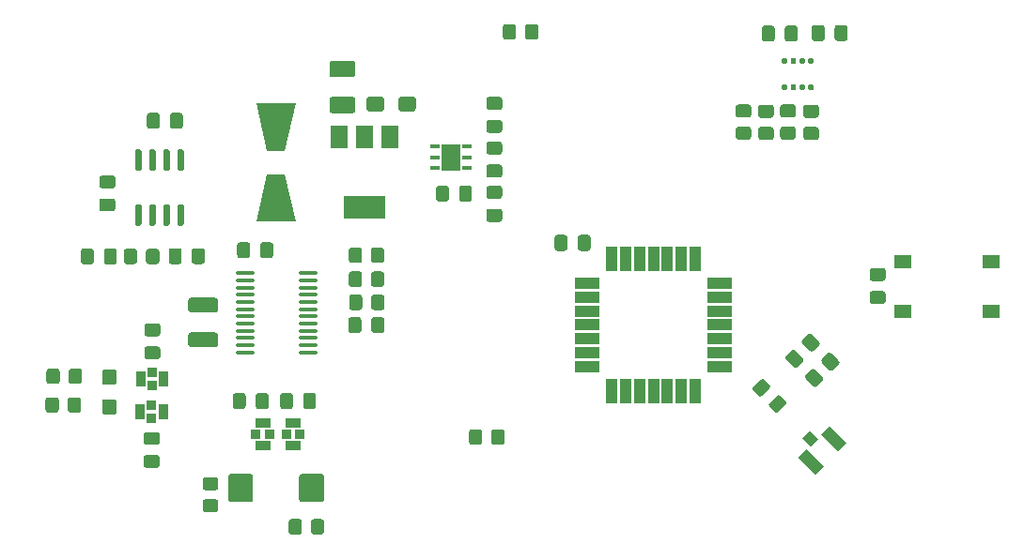
<source format=gbr>
%TF.GenerationSoftware,KiCad,Pcbnew,5.1.9+dfsg1-1*%
%TF.CreationDate,2022-02-14T10:27:32+01:00*%
%TF.ProjectId,wheather_board_v1 ,77686561-7468-4657-925f-626f6172645f,rev?*%
%TF.SameCoordinates,Original*%
%TF.FileFunction,Paste,Top*%
%TF.FilePolarity,Positive*%
%FSLAX46Y46*%
G04 Gerber Fmt 4.6, Leading zero omitted, Abs format (unit mm)*
G04 Created by KiCad (PCBNEW 5.1.9+dfsg1-1) date 2022-02-14 10:27:32*
%MOMM*%
%LPD*%
G01*
G04 APERTURE LIST*
%ADD10R,1.346200X0.863600*%
%ADD11R,0.812800X0.812800*%
%ADD12R,1.550000X1.300000*%
%ADD13R,0.807999X0.407200*%
%ADD14R,1.752600X2.489200*%
%ADD15R,1.500000X2.000000*%
%ADD16R,3.800000X2.000000*%
%ADD17C,0.100000*%
%ADD18R,0.863600X1.346200*%
%ADD19O,1.699999X0.349999*%
%ADD20R,2.300000X1.000000*%
%ADD21R,1.000000X2.300000*%
G04 APERTURE END LIST*
D10*
%TO.C,C19*%
X124345700Y-103847900D03*
X124345700Y-105905300D03*
D11*
X124968000Y-104876600D03*
X123723400Y-104876600D03*
%TD*%
%TO.C,C7*%
G36*
G01*
X123218700Y-87815400D02*
X123218700Y-88765400D01*
G75*
G02*
X122968700Y-89015400I-250000J0D01*
G01*
X122293700Y-89015400D01*
G75*
G02*
X122043700Y-88765400I0J250000D01*
G01*
X122043700Y-87815400D01*
G75*
G02*
X122293700Y-87565400I250000J0D01*
G01*
X122968700Y-87565400D01*
G75*
G02*
X123218700Y-87815400I0J-250000D01*
G01*
G37*
G36*
G01*
X125293700Y-87815400D02*
X125293700Y-88765400D01*
G75*
G02*
X125043700Y-89015400I-250000J0D01*
G01*
X124368700Y-89015400D01*
G75*
G02*
X124118700Y-88765400I0J250000D01*
G01*
X124118700Y-87815400D01*
G75*
G02*
X124368700Y-87565400I250000J0D01*
G01*
X125043700Y-87565400D01*
G75*
G02*
X125293700Y-87815400I0J-250000D01*
G01*
G37*
%TD*%
D12*
%TO.C,SW1*%
X190001800Y-93806400D03*
X190001800Y-89306400D03*
X182041800Y-89306400D03*
X182041800Y-93806400D03*
%TD*%
%TO.C,C25*%
G36*
G01*
X127627600Y-110778401D02*
X127627600Y-108728399D01*
G75*
G02*
X127877599Y-108478400I249999J0D01*
G01*
X129627601Y-108478400D01*
G75*
G02*
X129877600Y-108728399I0J-249999D01*
G01*
X129877600Y-110778401D01*
G75*
G02*
X129627601Y-111028400I-249999J0D01*
G01*
X127877599Y-111028400D01*
G75*
G02*
X127627600Y-110778401I0J249999D01*
G01*
G37*
G36*
G01*
X121227600Y-110778401D02*
X121227600Y-108728399D01*
G75*
G02*
X121477599Y-108478400I249999J0D01*
G01*
X123227601Y-108478400D01*
G75*
G02*
X123477600Y-108728399I0J-249999D01*
G01*
X123477600Y-110778401D01*
G75*
G02*
X123227601Y-111028400I-249999J0D01*
G01*
X121477599Y-111028400D01*
G75*
G02*
X121227600Y-110778401I0J249999D01*
G01*
G37*
%TD*%
%TO.C,R14*%
G36*
G01*
X144142000Y-104705999D02*
X144142000Y-105606001D01*
G75*
G02*
X143892001Y-105856000I-249999J0D01*
G01*
X143191999Y-105856000D01*
G75*
G02*
X142942000Y-105606001I0J249999D01*
G01*
X142942000Y-104705999D01*
G75*
G02*
X143191999Y-104456000I249999J0D01*
G01*
X143892001Y-104456000D01*
G75*
G02*
X144142000Y-104705999I0J-249999D01*
G01*
G37*
G36*
G01*
X146142000Y-104705999D02*
X146142000Y-105606001D01*
G75*
G02*
X145892001Y-105856000I-249999J0D01*
G01*
X145191999Y-105856000D01*
G75*
G02*
X144942000Y-105606001I0J249999D01*
G01*
X144942000Y-104705999D01*
G75*
G02*
X145191999Y-104456000I249999J0D01*
G01*
X145892001Y-104456000D01*
G75*
G02*
X146142000Y-104705999I0J-249999D01*
G01*
G37*
%TD*%
D13*
%TO.C,U4*%
X139854800Y-78932999D03*
X139854800Y-79883000D03*
X139854800Y-80833001D03*
X142745600Y-80833001D03*
X142745600Y-79883000D03*
X142745600Y-78932999D03*
D14*
X141300200Y-79883000D03*
%TD*%
%TO.C,U5*%
G36*
G01*
X116791600Y-84126200D02*
X117091600Y-84126200D01*
G75*
G02*
X117241600Y-84276200I0J-150000D01*
G01*
X117241600Y-85926200D01*
G75*
G02*
X117091600Y-86076200I-150000J0D01*
G01*
X116791600Y-86076200D01*
G75*
G02*
X116641600Y-85926200I0J150000D01*
G01*
X116641600Y-84276200D01*
G75*
G02*
X116791600Y-84126200I150000J0D01*
G01*
G37*
G36*
G01*
X115521600Y-84126200D02*
X115821600Y-84126200D01*
G75*
G02*
X115971600Y-84276200I0J-150000D01*
G01*
X115971600Y-85926200D01*
G75*
G02*
X115821600Y-86076200I-150000J0D01*
G01*
X115521600Y-86076200D01*
G75*
G02*
X115371600Y-85926200I0J150000D01*
G01*
X115371600Y-84276200D01*
G75*
G02*
X115521600Y-84126200I150000J0D01*
G01*
G37*
G36*
G01*
X114251600Y-84126200D02*
X114551600Y-84126200D01*
G75*
G02*
X114701600Y-84276200I0J-150000D01*
G01*
X114701600Y-85926200D01*
G75*
G02*
X114551600Y-86076200I-150000J0D01*
G01*
X114251600Y-86076200D01*
G75*
G02*
X114101600Y-85926200I0J150000D01*
G01*
X114101600Y-84276200D01*
G75*
G02*
X114251600Y-84126200I150000J0D01*
G01*
G37*
G36*
G01*
X112981600Y-84126200D02*
X113281600Y-84126200D01*
G75*
G02*
X113431600Y-84276200I0J-150000D01*
G01*
X113431600Y-85926200D01*
G75*
G02*
X113281600Y-86076200I-150000J0D01*
G01*
X112981600Y-86076200D01*
G75*
G02*
X112831600Y-85926200I0J150000D01*
G01*
X112831600Y-84276200D01*
G75*
G02*
X112981600Y-84126200I150000J0D01*
G01*
G37*
G36*
G01*
X112981600Y-79176200D02*
X113281600Y-79176200D01*
G75*
G02*
X113431600Y-79326200I0J-150000D01*
G01*
X113431600Y-80976200D01*
G75*
G02*
X113281600Y-81126200I-150000J0D01*
G01*
X112981600Y-81126200D01*
G75*
G02*
X112831600Y-80976200I0J150000D01*
G01*
X112831600Y-79326200D01*
G75*
G02*
X112981600Y-79176200I150000J0D01*
G01*
G37*
G36*
G01*
X114251600Y-79176200D02*
X114551600Y-79176200D01*
G75*
G02*
X114701600Y-79326200I0J-150000D01*
G01*
X114701600Y-80976200D01*
G75*
G02*
X114551600Y-81126200I-150000J0D01*
G01*
X114251600Y-81126200D01*
G75*
G02*
X114101600Y-80976200I0J150000D01*
G01*
X114101600Y-79326200D01*
G75*
G02*
X114251600Y-79176200I150000J0D01*
G01*
G37*
G36*
G01*
X115521600Y-79176200D02*
X115821600Y-79176200D01*
G75*
G02*
X115971600Y-79326200I0J-150000D01*
G01*
X115971600Y-80976200D01*
G75*
G02*
X115821600Y-81126200I-150000J0D01*
G01*
X115521600Y-81126200D01*
G75*
G02*
X115371600Y-80976200I0J150000D01*
G01*
X115371600Y-79326200D01*
G75*
G02*
X115521600Y-79176200I150000J0D01*
G01*
G37*
G36*
G01*
X116791600Y-79176200D02*
X117091600Y-79176200D01*
G75*
G02*
X117241600Y-79326200I0J-150000D01*
G01*
X117241600Y-80976200D01*
G75*
G02*
X117091600Y-81126200I-150000J0D01*
G01*
X116791600Y-81126200D01*
G75*
G02*
X116641600Y-80976200I0J150000D01*
G01*
X116641600Y-79326200D01*
G75*
G02*
X116791600Y-79176200I150000J0D01*
G01*
G37*
%TD*%
%TO.C,U2*%
G36*
G01*
X174017600Y-71065000D02*
X174017600Y-71340000D01*
G75*
G02*
X173892600Y-71465000I-125000J0D01*
G01*
X173642600Y-71465000D01*
G75*
G02*
X173517600Y-71340000I0J125000D01*
G01*
X173517600Y-71065000D01*
G75*
G02*
X173642600Y-70940000I125000J0D01*
G01*
X173892600Y-70940000D01*
G75*
G02*
X174017600Y-71065000I0J-125000D01*
G01*
G37*
G36*
G01*
X173217600Y-71065000D02*
X173217600Y-71340000D01*
G75*
G02*
X173092600Y-71465000I-125000J0D01*
G01*
X172842600Y-71465000D01*
G75*
G02*
X172717600Y-71340000I0J125000D01*
G01*
X172717600Y-71065000D01*
G75*
G02*
X172842600Y-70940000I125000J0D01*
G01*
X173092600Y-70940000D01*
G75*
G02*
X173217600Y-71065000I0J-125000D01*
G01*
G37*
G36*
G01*
X172417600Y-71065000D02*
X172417600Y-71340000D01*
G75*
G02*
X172292600Y-71465000I-125000J0D01*
G01*
X172042600Y-71465000D01*
G75*
G02*
X171917600Y-71340000I0J125000D01*
G01*
X171917600Y-71065000D01*
G75*
G02*
X172042600Y-70940000I125000J0D01*
G01*
X172292600Y-70940000D01*
G75*
G02*
X172417600Y-71065000I0J-125000D01*
G01*
G37*
G36*
G01*
X171617600Y-71065000D02*
X171617600Y-71340000D01*
G75*
G02*
X171492600Y-71465000I-125000J0D01*
G01*
X171242600Y-71465000D01*
G75*
G02*
X171117600Y-71340000I0J125000D01*
G01*
X171117600Y-71065000D01*
G75*
G02*
X171242600Y-70940000I125000J0D01*
G01*
X171492600Y-70940000D01*
G75*
G02*
X171617600Y-71065000I0J-125000D01*
G01*
G37*
G36*
G01*
X171617600Y-73440000D02*
X171617600Y-73715000D01*
G75*
G02*
X171492600Y-73840000I-125000J0D01*
G01*
X171242600Y-73840000D01*
G75*
G02*
X171117600Y-73715000I0J125000D01*
G01*
X171117600Y-73440000D01*
G75*
G02*
X171242600Y-73315000I125000J0D01*
G01*
X171492600Y-73315000D01*
G75*
G02*
X171617600Y-73440000I0J-125000D01*
G01*
G37*
G36*
G01*
X172417600Y-73440000D02*
X172417600Y-73715000D01*
G75*
G02*
X172292600Y-73840000I-125000J0D01*
G01*
X172042600Y-73840000D01*
G75*
G02*
X171917600Y-73715000I0J125000D01*
G01*
X171917600Y-73440000D01*
G75*
G02*
X172042600Y-73315000I125000J0D01*
G01*
X172292600Y-73315000D01*
G75*
G02*
X172417600Y-73440000I0J-125000D01*
G01*
G37*
G36*
G01*
X173217600Y-73440000D02*
X173217600Y-73715000D01*
G75*
G02*
X173092600Y-73840000I-125000J0D01*
G01*
X172842600Y-73840000D01*
G75*
G02*
X172717600Y-73715000I0J125000D01*
G01*
X172717600Y-73440000D01*
G75*
G02*
X172842600Y-73315000I125000J0D01*
G01*
X173092600Y-73315000D01*
G75*
G02*
X173217600Y-73440000I0J-125000D01*
G01*
G37*
G36*
G01*
X174017600Y-73440000D02*
X174017600Y-73715000D01*
G75*
G02*
X173892600Y-73840000I-125000J0D01*
G01*
X173642600Y-73840000D01*
G75*
G02*
X173517600Y-73715000I0J125000D01*
G01*
X173517600Y-73440000D01*
G75*
G02*
X173642600Y-73315000I125000J0D01*
G01*
X173892600Y-73315000D01*
G75*
G02*
X174017600Y-73440000I0J-125000D01*
G01*
G37*
%TD*%
D15*
%TO.C,U1*%
X135827400Y-78090600D03*
X131227400Y-78090600D03*
X133527400Y-78090600D03*
D16*
X133527400Y-84390600D03*
%TD*%
%TO.C,R13*%
G36*
G01*
X147190000Y-68129999D02*
X147190000Y-69030001D01*
G75*
G02*
X146940001Y-69280000I-249999J0D01*
G01*
X146239999Y-69280000D01*
G75*
G02*
X145990000Y-69030001I0J249999D01*
G01*
X145990000Y-68129999D01*
G75*
G02*
X146239999Y-67880000I249999J0D01*
G01*
X146940001Y-67880000D01*
G75*
G02*
X147190000Y-68129999I0J-249999D01*
G01*
G37*
G36*
G01*
X149190000Y-68129999D02*
X149190000Y-69030001D01*
G75*
G02*
X148940001Y-69280000I-249999J0D01*
G01*
X148239999Y-69280000D01*
G75*
G02*
X147990000Y-69030001I0J249999D01*
G01*
X147990000Y-68129999D01*
G75*
G02*
X148239999Y-67880000I249999J0D01*
G01*
X148940001Y-67880000D01*
G75*
G02*
X149190000Y-68129999I0J-249999D01*
G01*
G37*
%TD*%
%TO.C,R12*%
G36*
G01*
X128686000Y-113708601D02*
X128686000Y-112808599D01*
G75*
G02*
X128935999Y-112558600I249999J0D01*
G01*
X129636001Y-112558600D01*
G75*
G02*
X129886000Y-112808599I0J-249999D01*
G01*
X129886000Y-113708601D01*
G75*
G02*
X129636001Y-113958600I-249999J0D01*
G01*
X128935999Y-113958600D01*
G75*
G02*
X128686000Y-113708601I0J249999D01*
G01*
G37*
G36*
G01*
X126686000Y-113708601D02*
X126686000Y-112808599D01*
G75*
G02*
X126935999Y-112558600I249999J0D01*
G01*
X127636001Y-112558600D01*
G75*
G02*
X127886000Y-112808599I0J-249999D01*
G01*
X127886000Y-113708601D01*
G75*
G02*
X127636001Y-113958600I-249999J0D01*
G01*
X126935999Y-113958600D01*
G75*
G02*
X126686000Y-113708601I0J249999D01*
G01*
G37*
%TD*%
%TO.C,R11*%
G36*
G01*
X120084001Y-109963000D02*
X119183999Y-109963000D01*
G75*
G02*
X118934000Y-109713001I0J249999D01*
G01*
X118934000Y-109012999D01*
G75*
G02*
X119183999Y-108763000I249999J0D01*
G01*
X120084001Y-108763000D01*
G75*
G02*
X120334000Y-109012999I0J-249999D01*
G01*
X120334000Y-109713001D01*
G75*
G02*
X120084001Y-109963000I-249999J0D01*
G01*
G37*
G36*
G01*
X120084001Y-111963000D02*
X119183999Y-111963000D01*
G75*
G02*
X118934000Y-111713001I0J249999D01*
G01*
X118934000Y-111012999D01*
G75*
G02*
X119183999Y-110763000I249999J0D01*
G01*
X120084001Y-110763000D01*
G75*
G02*
X120334000Y-111012999I0J-249999D01*
G01*
X120334000Y-111713001D01*
G75*
G02*
X120084001Y-111963000I-249999J0D01*
G01*
G37*
%TD*%
%TO.C,R10*%
G36*
G01*
X106765800Y-102710401D02*
X106765800Y-101810399D01*
G75*
G02*
X107015799Y-101560400I249999J0D01*
G01*
X107715801Y-101560400D01*
G75*
G02*
X107965800Y-101810399I0J-249999D01*
G01*
X107965800Y-102710401D01*
G75*
G02*
X107715801Y-102960400I-249999J0D01*
G01*
X107015799Y-102960400D01*
G75*
G02*
X106765800Y-102710401I0J249999D01*
G01*
G37*
G36*
G01*
X104765800Y-102710401D02*
X104765800Y-101810399D01*
G75*
G02*
X105015799Y-101560400I249999J0D01*
G01*
X105715801Y-101560400D01*
G75*
G02*
X105965800Y-101810399I0J-249999D01*
G01*
X105965800Y-102710401D01*
G75*
G02*
X105715801Y-102960400I-249999J0D01*
G01*
X105015799Y-102960400D01*
G75*
G02*
X104765800Y-102710401I0J249999D01*
G01*
G37*
%TD*%
%TO.C,R9*%
G36*
G01*
X106851400Y-100119601D02*
X106851400Y-99219599D01*
G75*
G02*
X107101399Y-98969600I249999J0D01*
G01*
X107801401Y-98969600D01*
G75*
G02*
X108051400Y-99219599I0J-249999D01*
G01*
X108051400Y-100119601D01*
G75*
G02*
X107801401Y-100369600I-249999J0D01*
G01*
X107101399Y-100369600D01*
G75*
G02*
X106851400Y-100119601I0J249999D01*
G01*
G37*
G36*
G01*
X104851400Y-100119601D02*
X104851400Y-99219599D01*
G75*
G02*
X105101399Y-98969600I249999J0D01*
G01*
X105801401Y-98969600D01*
G75*
G02*
X106051400Y-99219599I0J-249999D01*
G01*
X106051400Y-100119601D01*
G75*
G02*
X105801401Y-100369600I-249999J0D01*
G01*
X105101399Y-100369600D01*
G75*
G02*
X104851400Y-100119601I0J249999D01*
G01*
G37*
%TD*%
%TO.C,R8*%
G36*
G01*
X113827000Y-89299201D02*
X113827000Y-88399199D01*
G75*
G02*
X114076999Y-88149200I249999J0D01*
G01*
X114777001Y-88149200D01*
G75*
G02*
X115027000Y-88399199I0J-249999D01*
G01*
X115027000Y-89299201D01*
G75*
G02*
X114777001Y-89549200I-249999J0D01*
G01*
X114076999Y-89549200D01*
G75*
G02*
X113827000Y-89299201I0J249999D01*
G01*
G37*
G36*
G01*
X111827000Y-89299201D02*
X111827000Y-88399199D01*
G75*
G02*
X112076999Y-88149200I249999J0D01*
G01*
X112777001Y-88149200D01*
G75*
G02*
X113027000Y-88399199I0J-249999D01*
G01*
X113027000Y-89299201D01*
G75*
G02*
X112777001Y-89549200I-249999J0D01*
G01*
X112076999Y-89549200D01*
G75*
G02*
X111827000Y-89299201I0J249999D01*
G01*
G37*
%TD*%
%TO.C,R7*%
G36*
G01*
X133321600Y-92539399D02*
X133321600Y-93439401D01*
G75*
G02*
X133071601Y-93689400I-249999J0D01*
G01*
X132371599Y-93689400D01*
G75*
G02*
X132121600Y-93439401I0J249999D01*
G01*
X132121600Y-92539399D01*
G75*
G02*
X132371599Y-92289400I249999J0D01*
G01*
X133071601Y-92289400D01*
G75*
G02*
X133321600Y-92539399I0J-249999D01*
G01*
G37*
G36*
G01*
X135321600Y-92539399D02*
X135321600Y-93439401D01*
G75*
G02*
X135071601Y-93689400I-249999J0D01*
G01*
X134371599Y-93689400D01*
G75*
G02*
X134121600Y-93439401I0J249999D01*
G01*
X134121600Y-92539399D01*
G75*
G02*
X134371599Y-92289400I249999J0D01*
G01*
X135071601Y-92289400D01*
G75*
G02*
X135321600Y-92539399I0J-249999D01*
G01*
G37*
%TD*%
%TO.C,R6*%
G36*
G01*
X133296200Y-90456599D02*
X133296200Y-91356601D01*
G75*
G02*
X133046201Y-91606600I-249999J0D01*
G01*
X132346199Y-91606600D01*
G75*
G02*
X132096200Y-91356601I0J249999D01*
G01*
X132096200Y-90456599D01*
G75*
G02*
X132346199Y-90206600I249999J0D01*
G01*
X133046201Y-90206600D01*
G75*
G02*
X133296200Y-90456599I0J-249999D01*
G01*
G37*
G36*
G01*
X135296200Y-90456599D02*
X135296200Y-91356601D01*
G75*
G02*
X135046201Y-91606600I-249999J0D01*
G01*
X134346199Y-91606600D01*
G75*
G02*
X134096200Y-91356601I0J249999D01*
G01*
X134096200Y-90456599D01*
G75*
G02*
X134346199Y-90206600I249999J0D01*
G01*
X135046201Y-90206600D01*
G75*
G02*
X135296200Y-90456599I0J-249999D01*
G01*
G37*
%TD*%
%TO.C,R5*%
G36*
G01*
X133296200Y-88297599D02*
X133296200Y-89197601D01*
G75*
G02*
X133046201Y-89447600I-249999J0D01*
G01*
X132346199Y-89447600D01*
G75*
G02*
X132096200Y-89197601I0J249999D01*
G01*
X132096200Y-88297599D01*
G75*
G02*
X132346199Y-88047600I249999J0D01*
G01*
X133046201Y-88047600D01*
G75*
G02*
X133296200Y-88297599I0J-249999D01*
G01*
G37*
G36*
G01*
X135296200Y-88297599D02*
X135296200Y-89197601D01*
G75*
G02*
X135046201Y-89447600I-249999J0D01*
G01*
X134346199Y-89447600D01*
G75*
G02*
X134096200Y-89197601I0J249999D01*
G01*
X134096200Y-88297599D01*
G75*
G02*
X134346199Y-88047600I249999J0D01*
G01*
X135046201Y-88047600D01*
G75*
G02*
X135296200Y-88297599I0J-249999D01*
G01*
G37*
%TD*%
%TO.C,R4*%
G36*
G01*
X174211401Y-76342800D02*
X173311399Y-76342800D01*
G75*
G02*
X173061400Y-76092801I0J249999D01*
G01*
X173061400Y-75392799D01*
G75*
G02*
X173311399Y-75142800I249999J0D01*
G01*
X174211401Y-75142800D01*
G75*
G02*
X174461400Y-75392799I0J-249999D01*
G01*
X174461400Y-76092801D01*
G75*
G02*
X174211401Y-76342800I-249999J0D01*
G01*
G37*
G36*
G01*
X174211401Y-78342800D02*
X173311399Y-78342800D01*
G75*
G02*
X173061400Y-78092801I0J249999D01*
G01*
X173061400Y-77392799D01*
G75*
G02*
X173311399Y-77142800I249999J0D01*
G01*
X174211401Y-77142800D01*
G75*
G02*
X174461400Y-77392799I0J-249999D01*
G01*
X174461400Y-78092801D01*
G75*
G02*
X174211401Y-78342800I-249999J0D01*
G01*
G37*
%TD*%
%TO.C,R3*%
G36*
G01*
X172128601Y-76317400D02*
X171228599Y-76317400D01*
G75*
G02*
X170978600Y-76067401I0J249999D01*
G01*
X170978600Y-75367399D01*
G75*
G02*
X171228599Y-75117400I249999J0D01*
G01*
X172128601Y-75117400D01*
G75*
G02*
X172378600Y-75367399I0J-249999D01*
G01*
X172378600Y-76067401D01*
G75*
G02*
X172128601Y-76317400I-249999J0D01*
G01*
G37*
G36*
G01*
X172128601Y-78317400D02*
X171228599Y-78317400D01*
G75*
G02*
X170978600Y-78067401I0J249999D01*
G01*
X170978600Y-77367399D01*
G75*
G02*
X171228599Y-77117400I249999J0D01*
G01*
X172128601Y-77117400D01*
G75*
G02*
X172378600Y-77367399I0J-249999D01*
G01*
X172378600Y-78067401D01*
G75*
G02*
X172128601Y-78317400I-249999J0D01*
G01*
G37*
%TD*%
%TO.C,R2*%
G36*
G01*
X170147401Y-76342800D02*
X169247399Y-76342800D01*
G75*
G02*
X168997400Y-76092801I0J249999D01*
G01*
X168997400Y-75392799D01*
G75*
G02*
X169247399Y-75142800I249999J0D01*
G01*
X170147401Y-75142800D01*
G75*
G02*
X170397400Y-75392799I0J-249999D01*
G01*
X170397400Y-76092801D01*
G75*
G02*
X170147401Y-76342800I-249999J0D01*
G01*
G37*
G36*
G01*
X170147401Y-78342800D02*
X169247399Y-78342800D01*
G75*
G02*
X168997400Y-78092801I0J249999D01*
G01*
X168997400Y-77392799D01*
G75*
G02*
X169247399Y-77142800I249999J0D01*
G01*
X170147401Y-77142800D01*
G75*
G02*
X170397400Y-77392799I0J-249999D01*
G01*
X170397400Y-78092801D01*
G75*
G02*
X170147401Y-78342800I-249999J0D01*
G01*
G37*
%TD*%
%TO.C,R1*%
G36*
G01*
X168115401Y-76324000D02*
X167215399Y-76324000D01*
G75*
G02*
X166965400Y-76074001I0J249999D01*
G01*
X166965400Y-75373999D01*
G75*
G02*
X167215399Y-75124000I249999J0D01*
G01*
X168115401Y-75124000D01*
G75*
G02*
X168365400Y-75373999I0J-249999D01*
G01*
X168365400Y-76074001D01*
G75*
G02*
X168115401Y-76324000I-249999J0D01*
G01*
G37*
G36*
G01*
X168115401Y-78324000D02*
X167215399Y-78324000D01*
G75*
G02*
X166965400Y-78074001I0J249999D01*
G01*
X166965400Y-77373999D01*
G75*
G02*
X167215399Y-77124000I249999J0D01*
G01*
X168115401Y-77124000D01*
G75*
G02*
X168365400Y-77373999I0J-249999D01*
G01*
X168365400Y-78074001D01*
G75*
G02*
X168115401Y-78324000I-249999J0D01*
G01*
G37*
%TD*%
%TO.C,L1*%
G36*
G01*
X170014015Y-102070412D02*
X170650412Y-101434015D01*
G75*
G02*
X171003964Y-101434015I176776J-176776D01*
G01*
X171463585Y-101893636D01*
G75*
G02*
X171463585Y-102247188I-176776J-176776D01*
G01*
X170827188Y-102883585D01*
G75*
G02*
X170473636Y-102883585I-176776J176776D01*
G01*
X170014015Y-102423964D01*
G75*
G02*
X170014015Y-102070412I176776J176776D01*
G01*
G37*
G36*
G01*
X168564447Y-100620844D02*
X169200844Y-99984447D01*
G75*
G02*
X169554396Y-99984447I176776J-176776D01*
G01*
X170014017Y-100444068D01*
G75*
G02*
X170014017Y-100797620I-176776J-176776D01*
G01*
X169377620Y-101434017D01*
G75*
G02*
X169024068Y-101434017I-176776J176776D01*
G01*
X168564447Y-100974396D01*
G75*
G02*
X168564447Y-100620844I176776J176776D01*
G01*
G37*
%TD*%
D17*
%TO.C,J9*%
G36*
X174669751Y-104905907D02*
G01*
X175412214Y-104163444D01*
X176967849Y-105719079D01*
X176225386Y-106461542D01*
X174669751Y-104905907D01*
G37*
G36*
X172972696Y-105259460D02*
G01*
X173679802Y-104552354D01*
X174422264Y-105294816D01*
X173715158Y-106001922D01*
X172972696Y-105259460D01*
G37*
G36*
X172583786Y-106991872D02*
G01*
X173326249Y-106249409D01*
X174881884Y-107805044D01*
X174139421Y-108547507D01*
X172583786Y-106991872D01*
G37*
%TD*%
%TO.C,D1*%
G36*
X127340000Y-85720000D02*
G01*
X123740000Y-85720000D01*
X124740000Y-81420000D01*
X126340000Y-81420000D01*
X127340000Y-85720000D01*
G37*
G36*
X123740000Y-75020000D02*
G01*
X127340000Y-75020000D01*
X126340000Y-79320000D01*
X124740000Y-79320000D01*
X123740000Y-75020000D01*
G37*
%TD*%
%TO.C,C29*%
G36*
G01*
X175428496Y-99106055D02*
X174756745Y-98434304D01*
G75*
G02*
X174756745Y-98080750I176777J176777D01*
G01*
X175234042Y-97603453D01*
G75*
G02*
X175587596Y-97603453I176777J-176777D01*
G01*
X176259347Y-98275204D01*
G75*
G02*
X176259347Y-98628758I-176777J-176777D01*
G01*
X175782050Y-99106055D01*
G75*
G02*
X175428496Y-99106055I-176777J176777D01*
G01*
G37*
G36*
G01*
X173961250Y-100573301D02*
X173289499Y-99901550D01*
G75*
G02*
X173289499Y-99547996I176777J176777D01*
G01*
X173766796Y-99070699D01*
G75*
G02*
X174120350Y-99070699I176777J-176777D01*
G01*
X174792101Y-99742450D01*
G75*
G02*
X174792101Y-100096004I-176777J-176777D01*
G01*
X174314804Y-100573301D01*
G75*
G02*
X173961250Y-100573301I-176777J176777D01*
G01*
G37*
%TD*%
%TO.C,C28*%
G36*
G01*
X179280800Y-91966200D02*
X180230800Y-91966200D01*
G75*
G02*
X180480800Y-92216200I0J-250000D01*
G01*
X180480800Y-92891200D01*
G75*
G02*
X180230800Y-93141200I-250000J0D01*
G01*
X179280800Y-93141200D01*
G75*
G02*
X179030800Y-92891200I0J250000D01*
G01*
X179030800Y-92216200D01*
G75*
G02*
X179280800Y-91966200I250000J0D01*
G01*
G37*
G36*
G01*
X179280800Y-89891200D02*
X180230800Y-89891200D01*
G75*
G02*
X180480800Y-90141200I0J-250000D01*
G01*
X180480800Y-90816200D01*
G75*
G02*
X180230800Y-91066200I-250000J0D01*
G01*
X179280800Y-91066200D01*
G75*
G02*
X179030800Y-90816200I0J250000D01*
G01*
X179030800Y-90141200D01*
G75*
G02*
X179280800Y-89891200I250000J0D01*
G01*
G37*
%TD*%
%TO.C,C27*%
G36*
G01*
X173656450Y-97372901D02*
X172984699Y-96701150D01*
G75*
G02*
X172984699Y-96347596I176777J176777D01*
G01*
X173461996Y-95870299D01*
G75*
G02*
X173815550Y-95870299I176777J-176777D01*
G01*
X174487301Y-96542050D01*
G75*
G02*
X174487301Y-96895604I-176777J-176777D01*
G01*
X174010004Y-97372901D01*
G75*
G02*
X173656450Y-97372901I-176777J176777D01*
G01*
G37*
G36*
G01*
X172189204Y-98840147D02*
X171517453Y-98168396D01*
G75*
G02*
X171517453Y-97814842I176777J176777D01*
G01*
X171994750Y-97337545D01*
G75*
G02*
X172348304Y-97337545I176777J-176777D01*
G01*
X173020055Y-98009296D01*
G75*
G02*
X173020055Y-98362850I-176777J-176777D01*
G01*
X172542758Y-98840147D01*
G75*
G02*
X172189204Y-98840147I-176777J176777D01*
G01*
G37*
%TD*%
%TO.C,C26*%
G36*
G01*
X151819100Y-87155000D02*
X151819100Y-88105000D01*
G75*
G02*
X151569100Y-88355000I-250000J0D01*
G01*
X150894100Y-88355000D01*
G75*
G02*
X150644100Y-88105000I0J250000D01*
G01*
X150644100Y-87155000D01*
G75*
G02*
X150894100Y-86905000I250000J0D01*
G01*
X151569100Y-86905000D01*
G75*
G02*
X151819100Y-87155000I0J-250000D01*
G01*
G37*
G36*
G01*
X153894100Y-87155000D02*
X153894100Y-88105000D01*
G75*
G02*
X153644100Y-88355000I-250000J0D01*
G01*
X152969100Y-88355000D01*
G75*
G02*
X152719100Y-88105000I0J250000D01*
G01*
X152719100Y-87155000D01*
G75*
G02*
X152969100Y-86905000I250000J0D01*
G01*
X153644100Y-86905000D01*
G75*
G02*
X153894100Y-87155000I0J-250000D01*
G01*
G37*
%TD*%
%TO.C,C24*%
G36*
G01*
X117946500Y-89298800D02*
X117946500Y-88348800D01*
G75*
G02*
X118196500Y-88098800I250000J0D01*
G01*
X118871500Y-88098800D01*
G75*
G02*
X119121500Y-88348800I0J-250000D01*
G01*
X119121500Y-89298800D01*
G75*
G02*
X118871500Y-89548800I-250000J0D01*
G01*
X118196500Y-89548800D01*
G75*
G02*
X117946500Y-89298800I0J250000D01*
G01*
G37*
G36*
G01*
X115871500Y-89298800D02*
X115871500Y-88348800D01*
G75*
G02*
X116121500Y-88098800I250000J0D01*
G01*
X116796500Y-88098800D01*
G75*
G02*
X117046500Y-88348800I0J-250000D01*
G01*
X117046500Y-89298800D01*
G75*
G02*
X116796500Y-89548800I-250000J0D01*
G01*
X116121500Y-89548800D01*
G75*
G02*
X115871500Y-89298800I0J250000D01*
G01*
G37*
%TD*%
%TO.C,C23*%
G36*
G01*
X109125600Y-88374200D02*
X109125600Y-89324200D01*
G75*
G02*
X108875600Y-89574200I-250000J0D01*
G01*
X108200600Y-89574200D01*
G75*
G02*
X107950600Y-89324200I0J250000D01*
G01*
X107950600Y-88374200D01*
G75*
G02*
X108200600Y-88124200I250000J0D01*
G01*
X108875600Y-88124200D01*
G75*
G02*
X109125600Y-88374200I0J-250000D01*
G01*
G37*
G36*
G01*
X111200600Y-88374200D02*
X111200600Y-89324200D01*
G75*
G02*
X110950600Y-89574200I-250000J0D01*
G01*
X110275600Y-89574200D01*
G75*
G02*
X110025600Y-89324200I0J250000D01*
G01*
X110025600Y-88374200D01*
G75*
G02*
X110275600Y-88124200I250000J0D01*
G01*
X110950600Y-88124200D01*
G75*
G02*
X111200600Y-88374200I0J-250000D01*
G01*
G37*
%TD*%
%TO.C,C21*%
G36*
G01*
X110812600Y-82713500D02*
X109862600Y-82713500D01*
G75*
G02*
X109612600Y-82463500I0J250000D01*
G01*
X109612600Y-81788500D01*
G75*
G02*
X109862600Y-81538500I250000J0D01*
G01*
X110812600Y-81538500D01*
G75*
G02*
X111062600Y-81788500I0J-250000D01*
G01*
X111062600Y-82463500D01*
G75*
G02*
X110812600Y-82713500I-250000J0D01*
G01*
G37*
G36*
G01*
X110812600Y-84788500D02*
X109862600Y-84788500D01*
G75*
G02*
X109612600Y-84538500I0J250000D01*
G01*
X109612600Y-83863500D01*
G75*
G02*
X109862600Y-83613500I250000J0D01*
G01*
X110812600Y-83613500D01*
G75*
G02*
X111062600Y-83863500I0J-250000D01*
G01*
X111062600Y-84538500D01*
G75*
G02*
X110812600Y-84788500I-250000J0D01*
G01*
G37*
%TD*%
D10*
%TO.C,C20*%
X127076200Y-105918000D03*
X127076200Y-103860600D03*
D11*
X126453900Y-104889300D03*
X127698500Y-104889300D03*
%TD*%
D18*
%TO.C,C18*%
X113301300Y-102862300D03*
X115358700Y-102862300D03*
D11*
X114330000Y-102240000D03*
X114330000Y-103484600D03*
%TD*%
D18*
%TO.C,C17*%
X115398700Y-99902300D03*
X113341300Y-99902300D03*
D11*
X114370000Y-100524600D03*
X114370000Y-99280000D03*
%TD*%
%TO.C,C16*%
G36*
G01*
X127979500Y-102379800D02*
X127979500Y-101429800D01*
G75*
G02*
X128229500Y-101179800I250000J0D01*
G01*
X128904500Y-101179800D01*
G75*
G02*
X129154500Y-101429800I0J-250000D01*
G01*
X129154500Y-102379800D01*
G75*
G02*
X128904500Y-102629800I-250000J0D01*
G01*
X128229500Y-102629800D01*
G75*
G02*
X127979500Y-102379800I0J250000D01*
G01*
G37*
G36*
G01*
X125904500Y-102379800D02*
X125904500Y-101429800D01*
G75*
G02*
X126154500Y-101179800I250000J0D01*
G01*
X126829500Y-101179800D01*
G75*
G02*
X127079500Y-101429800I0J-250000D01*
G01*
X127079500Y-102379800D01*
G75*
G02*
X126829500Y-102629800I-250000J0D01*
G01*
X126154500Y-102629800D01*
G75*
G02*
X125904500Y-102379800I0J250000D01*
G01*
G37*
%TD*%
%TO.C,C15*%
G36*
G01*
X123712300Y-102379800D02*
X123712300Y-101429800D01*
G75*
G02*
X123962300Y-101179800I250000J0D01*
G01*
X124637300Y-101179800D01*
G75*
G02*
X124887300Y-101429800I0J-250000D01*
G01*
X124887300Y-102379800D01*
G75*
G02*
X124637300Y-102629800I-250000J0D01*
G01*
X123962300Y-102629800D01*
G75*
G02*
X123712300Y-102379800I0J250000D01*
G01*
G37*
G36*
G01*
X121637300Y-102379800D02*
X121637300Y-101429800D01*
G75*
G02*
X121887300Y-101179800I250000J0D01*
G01*
X122562300Y-101179800D01*
G75*
G02*
X122812300Y-101429800I0J-250000D01*
G01*
X122812300Y-102379800D01*
G75*
G02*
X122562300Y-102629800I-250000J0D01*
G01*
X121887300Y-102629800D01*
G75*
G02*
X121637300Y-102379800I0J250000D01*
G01*
G37*
%TD*%
%TO.C,C14*%
G36*
G01*
X115080000Y-76135000D02*
X115080000Y-77085000D01*
G75*
G02*
X114830000Y-77335000I-250000J0D01*
G01*
X114155000Y-77335000D01*
G75*
G02*
X113905000Y-77085000I0J250000D01*
G01*
X113905000Y-76135000D01*
G75*
G02*
X114155000Y-75885000I250000J0D01*
G01*
X114830000Y-75885000D01*
G75*
G02*
X115080000Y-76135000I0J-250000D01*
G01*
G37*
G36*
G01*
X117155000Y-76135000D02*
X117155000Y-77085000D01*
G75*
G02*
X116905000Y-77335000I-250000J0D01*
G01*
X116230000Y-77335000D01*
G75*
G02*
X115980000Y-77085000I0J250000D01*
G01*
X115980000Y-76135000D01*
G75*
G02*
X116230000Y-75885000I250000J0D01*
G01*
X116905000Y-75885000D01*
G75*
G02*
X117155000Y-76135000I0J-250000D01*
G01*
G37*
%TD*%
%TO.C,C13*%
G36*
G01*
X113855000Y-106767500D02*
X114805000Y-106767500D01*
G75*
G02*
X115055000Y-107017500I0J-250000D01*
G01*
X115055000Y-107692500D01*
G75*
G02*
X114805000Y-107942500I-250000J0D01*
G01*
X113855000Y-107942500D01*
G75*
G02*
X113605000Y-107692500I0J250000D01*
G01*
X113605000Y-107017500D01*
G75*
G02*
X113855000Y-106767500I250000J0D01*
G01*
G37*
G36*
G01*
X113855000Y-104692500D02*
X114805000Y-104692500D01*
G75*
G02*
X115055000Y-104942500I0J-250000D01*
G01*
X115055000Y-105617500D01*
G75*
G02*
X114805000Y-105867500I-250000J0D01*
G01*
X113855000Y-105867500D01*
G75*
G02*
X113605000Y-105617500I0J250000D01*
G01*
X113605000Y-104942500D01*
G75*
G02*
X113855000Y-104692500I250000J0D01*
G01*
G37*
%TD*%
%TO.C,C12*%
G36*
G01*
X113915000Y-96962500D02*
X114865000Y-96962500D01*
G75*
G02*
X115115000Y-97212500I0J-250000D01*
G01*
X115115000Y-97887500D01*
G75*
G02*
X114865000Y-98137500I-250000J0D01*
G01*
X113915000Y-98137500D01*
G75*
G02*
X113665000Y-97887500I0J250000D01*
G01*
X113665000Y-97212500D01*
G75*
G02*
X113915000Y-96962500I250000J0D01*
G01*
G37*
G36*
G01*
X113915000Y-94887500D02*
X114865000Y-94887500D01*
G75*
G02*
X115115000Y-95137500I0J-250000D01*
G01*
X115115000Y-95812500D01*
G75*
G02*
X114865000Y-96062500I-250000J0D01*
G01*
X113915000Y-96062500D01*
G75*
G02*
X113665000Y-95812500I0J250000D01*
G01*
X113665000Y-95137500D01*
G75*
G02*
X113915000Y-94887500I250000J0D01*
G01*
G37*
%TD*%
%TO.C,C11*%
G36*
G01*
X144736800Y-84549400D02*
X145686800Y-84549400D01*
G75*
G02*
X145936800Y-84799400I0J-250000D01*
G01*
X145936800Y-85474400D01*
G75*
G02*
X145686800Y-85724400I-250000J0D01*
G01*
X144736800Y-85724400D01*
G75*
G02*
X144486800Y-85474400I0J250000D01*
G01*
X144486800Y-84799400D01*
G75*
G02*
X144736800Y-84549400I250000J0D01*
G01*
G37*
G36*
G01*
X144736800Y-82474400D02*
X145686800Y-82474400D01*
G75*
G02*
X145936800Y-82724400I0J-250000D01*
G01*
X145936800Y-83399400D01*
G75*
G02*
X145686800Y-83649400I-250000J0D01*
G01*
X144736800Y-83649400D01*
G75*
G02*
X144486800Y-83399400I0J250000D01*
G01*
X144486800Y-82724400D01*
G75*
G02*
X144736800Y-82474400I250000J0D01*
G01*
G37*
%TD*%
%TO.C,C10*%
G36*
G01*
X141129600Y-82710000D02*
X141129600Y-83660000D01*
G75*
G02*
X140879600Y-83910000I-250000J0D01*
G01*
X140204600Y-83910000D01*
G75*
G02*
X139954600Y-83660000I0J250000D01*
G01*
X139954600Y-82710000D01*
G75*
G02*
X140204600Y-82460000I250000J0D01*
G01*
X140879600Y-82460000D01*
G75*
G02*
X141129600Y-82710000I0J-250000D01*
G01*
G37*
G36*
G01*
X143204600Y-82710000D02*
X143204600Y-83660000D01*
G75*
G02*
X142954600Y-83910000I-250000J0D01*
G01*
X142279600Y-83910000D01*
G75*
G02*
X142029600Y-83660000I0J250000D01*
G01*
X142029600Y-82710000D01*
G75*
G02*
X142279600Y-82460000I250000J0D01*
G01*
X142954600Y-82460000D01*
G75*
G02*
X143204600Y-82710000I0J-250000D01*
G01*
G37*
%TD*%
%TO.C,C9*%
G36*
G01*
X144736800Y-76526900D02*
X145686800Y-76526900D01*
G75*
G02*
X145936800Y-76776900I0J-250000D01*
G01*
X145936800Y-77451900D01*
G75*
G02*
X145686800Y-77701900I-250000J0D01*
G01*
X144736800Y-77701900D01*
G75*
G02*
X144486800Y-77451900I0J250000D01*
G01*
X144486800Y-76776900D01*
G75*
G02*
X144736800Y-76526900I250000J0D01*
G01*
G37*
G36*
G01*
X144736800Y-74451900D02*
X145686800Y-74451900D01*
G75*
G02*
X145936800Y-74701900I0J-250000D01*
G01*
X145936800Y-75376900D01*
G75*
G02*
X145686800Y-75626900I-250000J0D01*
G01*
X144736800Y-75626900D01*
G75*
G02*
X144486800Y-75376900I0J250000D01*
G01*
X144486800Y-74701900D01*
G75*
G02*
X144736800Y-74451900I250000J0D01*
G01*
G37*
%TD*%
%TO.C,C8*%
G36*
G01*
X145686800Y-79657700D02*
X144736800Y-79657700D01*
G75*
G02*
X144486800Y-79407700I0J250000D01*
G01*
X144486800Y-78732700D01*
G75*
G02*
X144736800Y-78482700I250000J0D01*
G01*
X145686800Y-78482700D01*
G75*
G02*
X145936800Y-78732700I0J-250000D01*
G01*
X145936800Y-79407700D01*
G75*
G02*
X145686800Y-79657700I-250000J0D01*
G01*
G37*
G36*
G01*
X145686800Y-81732700D02*
X144736800Y-81732700D01*
G75*
G02*
X144486800Y-81482700I0J250000D01*
G01*
X144486800Y-80807700D01*
G75*
G02*
X144736800Y-80557700I250000J0D01*
G01*
X145686800Y-80557700D01*
G75*
G02*
X145936800Y-80807700I0J-250000D01*
G01*
X145936800Y-81482700D01*
G75*
G02*
X145686800Y-81732700I-250000J0D01*
G01*
G37*
%TD*%
%TO.C,C6*%
G36*
G01*
X170492000Y-68257400D02*
X170492000Y-69207400D01*
G75*
G02*
X170242000Y-69457400I-250000J0D01*
G01*
X169567000Y-69457400D01*
G75*
G02*
X169317000Y-69207400I0J250000D01*
G01*
X169317000Y-68257400D01*
G75*
G02*
X169567000Y-68007400I250000J0D01*
G01*
X170242000Y-68007400D01*
G75*
G02*
X170492000Y-68257400I0J-250000D01*
G01*
G37*
G36*
G01*
X172567000Y-68257400D02*
X172567000Y-69207400D01*
G75*
G02*
X172317000Y-69457400I-250000J0D01*
G01*
X171642000Y-69457400D01*
G75*
G02*
X171392000Y-69207400I0J250000D01*
G01*
X171392000Y-68257400D01*
G75*
G02*
X171642000Y-68007400I250000J0D01*
G01*
X172317000Y-68007400D01*
G75*
G02*
X172567000Y-68257400I0J-250000D01*
G01*
G37*
%TD*%
%TO.C,C5*%
G36*
G01*
X136580500Y-75507401D02*
X136580500Y-74657399D01*
G75*
G02*
X136830499Y-74407400I249999J0D01*
G01*
X137905501Y-74407400D01*
G75*
G02*
X138155500Y-74657399I0J-249999D01*
G01*
X138155500Y-75507401D01*
G75*
G02*
X137905501Y-75757400I-249999J0D01*
G01*
X136830499Y-75757400D01*
G75*
G02*
X136580500Y-75507401I0J249999D01*
G01*
G37*
G36*
G01*
X133705500Y-75507401D02*
X133705500Y-74657399D01*
G75*
G02*
X133955499Y-74407400I249999J0D01*
G01*
X135030501Y-74407400D01*
G75*
G02*
X135280500Y-74657399I0J-249999D01*
G01*
X135280500Y-75507401D01*
G75*
G02*
X135030501Y-75757400I-249999J0D01*
G01*
X133955499Y-75757400D01*
G75*
G02*
X133705500Y-75507401I0J249999D01*
G01*
G37*
%TD*%
%TO.C,C4*%
G36*
G01*
X175891700Y-69156600D02*
X175891700Y-68206600D01*
G75*
G02*
X176141700Y-67956600I250000J0D01*
G01*
X176816700Y-67956600D01*
G75*
G02*
X177066700Y-68206600I0J-250000D01*
G01*
X177066700Y-69156600D01*
G75*
G02*
X176816700Y-69406600I-250000J0D01*
G01*
X176141700Y-69406600D01*
G75*
G02*
X175891700Y-69156600I0J250000D01*
G01*
G37*
G36*
G01*
X173816700Y-69156600D02*
X173816700Y-68206600D01*
G75*
G02*
X174066700Y-67956600I250000J0D01*
G01*
X174741700Y-67956600D01*
G75*
G02*
X174991700Y-68206600I0J-250000D01*
G01*
X174991700Y-69156600D01*
G75*
G02*
X174741700Y-69406600I-250000J0D01*
G01*
X174066700Y-69406600D01*
G75*
G02*
X173816700Y-69156600I0J250000D01*
G01*
G37*
%TD*%
%TO.C,C3*%
G36*
G01*
X134134100Y-95521800D02*
X134134100Y-94571800D01*
G75*
G02*
X134384100Y-94321800I250000J0D01*
G01*
X135059100Y-94321800D01*
G75*
G02*
X135309100Y-94571800I0J-250000D01*
G01*
X135309100Y-95521800D01*
G75*
G02*
X135059100Y-95771800I-250000J0D01*
G01*
X134384100Y-95771800D01*
G75*
G02*
X134134100Y-95521800I0J250000D01*
G01*
G37*
G36*
G01*
X132059100Y-95521800D02*
X132059100Y-94571800D01*
G75*
G02*
X132309100Y-94321800I250000J0D01*
G01*
X132984100Y-94321800D01*
G75*
G02*
X133234100Y-94571800I0J-250000D01*
G01*
X133234100Y-95521800D01*
G75*
G02*
X132984100Y-95771800I-250000J0D01*
G01*
X132309100Y-95771800D01*
G75*
G02*
X132059100Y-95521800I0J250000D01*
G01*
G37*
%TD*%
%TO.C,C2*%
G36*
G01*
X117873597Y-95705100D02*
X120073603Y-95705100D01*
G75*
G02*
X120323600Y-95955097I0J-249997D01*
G01*
X120323600Y-96780103D01*
G75*
G02*
X120073603Y-97030100I-249997J0D01*
G01*
X117873597Y-97030100D01*
G75*
G02*
X117623600Y-96780103I0J249997D01*
G01*
X117623600Y-95955097D01*
G75*
G02*
X117873597Y-95705100I249997J0D01*
G01*
G37*
G36*
G01*
X117873597Y-92580100D02*
X120073603Y-92580100D01*
G75*
G02*
X120323600Y-92830097I0J-249997D01*
G01*
X120323600Y-93655103D01*
G75*
G02*
X120073603Y-93905100I-249997J0D01*
G01*
X117873597Y-93905100D01*
G75*
G02*
X117623600Y-93655103I0J249997D01*
G01*
X117623600Y-92830097D01*
G75*
G02*
X117873597Y-92580100I249997J0D01*
G01*
G37*
%TD*%
%TO.C,C1*%
G36*
G01*
X132446200Y-72683400D02*
X130596200Y-72683400D01*
G75*
G02*
X130346200Y-72433400I0J250000D01*
G01*
X130346200Y-71433400D01*
G75*
G02*
X130596200Y-71183400I250000J0D01*
G01*
X132446200Y-71183400D01*
G75*
G02*
X132696200Y-71433400I0J-250000D01*
G01*
X132696200Y-72433400D01*
G75*
G02*
X132446200Y-72683400I-250000J0D01*
G01*
G37*
G36*
G01*
X132446200Y-75933400D02*
X130596200Y-75933400D01*
G75*
G02*
X130346200Y-75683400I0J250000D01*
G01*
X130346200Y-74683400D01*
G75*
G02*
X130596200Y-74433400I250000J0D01*
G01*
X132446200Y-74433400D01*
G75*
G02*
X132696200Y-74683400I0J-250000D01*
G01*
X132696200Y-75683400D01*
G75*
G02*
X132446200Y-75933400I-250000J0D01*
G01*
G37*
%TD*%
D19*
%TO.C,U3*%
X122753001Y-90354198D03*
X122753001Y-91004200D03*
X122753001Y-91654198D03*
X122753001Y-92304199D03*
X122753001Y-92954198D03*
X122753001Y-93604199D03*
X122753001Y-94254198D03*
X122753001Y-94904199D03*
X122753001Y-95554198D03*
X122753001Y-96204199D03*
X122753001Y-96854198D03*
X122753001Y-97504199D03*
X128452999Y-97504199D03*
X128452999Y-96854198D03*
X128452999Y-96204199D03*
X128452999Y-95554198D03*
X128452999Y-94904199D03*
X128452999Y-94254198D03*
X128452999Y-93604199D03*
X128452999Y-92954198D03*
X128452999Y-92304199D03*
X128452999Y-91654198D03*
X128452999Y-91004200D03*
X128452999Y-90354198D03*
%TD*%
D20*
%TO.C,U6*%
X153562800Y-95027000D03*
X153562800Y-93777000D03*
X153562800Y-92527000D03*
X153562800Y-91277000D03*
X153562800Y-96277000D03*
X153562800Y-97527000D03*
X153562800Y-98777000D03*
D21*
X159562800Y-101027000D03*
X158312800Y-101027000D03*
X157062800Y-101027000D03*
X155812800Y-101027000D03*
X160812800Y-101027000D03*
X162062800Y-101027000D03*
X163312800Y-101027000D03*
D20*
X165562800Y-95027000D03*
X165562800Y-96277000D03*
X165562800Y-97527000D03*
X165562800Y-98777000D03*
X165562800Y-93777000D03*
X165562800Y-92527000D03*
X165562800Y-91277000D03*
D21*
X159562800Y-89027000D03*
X160812800Y-89027000D03*
X162062800Y-89027000D03*
X163312800Y-89027000D03*
X158312800Y-89027000D03*
X157062800Y-89027000D03*
X155812800Y-89027000D03*
%TD*%
%TO.C,C22*%
G36*
G01*
X110104999Y-99040000D02*
X110955001Y-99040000D01*
G75*
G02*
X111205000Y-99289999I0J-249999D01*
G01*
X111205000Y-100190001D01*
G75*
G02*
X110955001Y-100440000I-249999J0D01*
G01*
X110104999Y-100440000D01*
G75*
G02*
X109855000Y-100190001I0J249999D01*
G01*
X109855000Y-99289999D01*
G75*
G02*
X110104999Y-99040000I249999J0D01*
G01*
G37*
G36*
G01*
X110104999Y-101740000D02*
X110955001Y-101740000D01*
G75*
G02*
X111205000Y-101989999I0J-249999D01*
G01*
X111205000Y-102890001D01*
G75*
G02*
X110955001Y-103140000I-249999J0D01*
G01*
X110104999Y-103140000D01*
G75*
G02*
X109855000Y-102890001I0J249999D01*
G01*
X109855000Y-101989999D01*
G75*
G02*
X110104999Y-101740000I249999J0D01*
G01*
G37*
%TD*%
M02*

</source>
